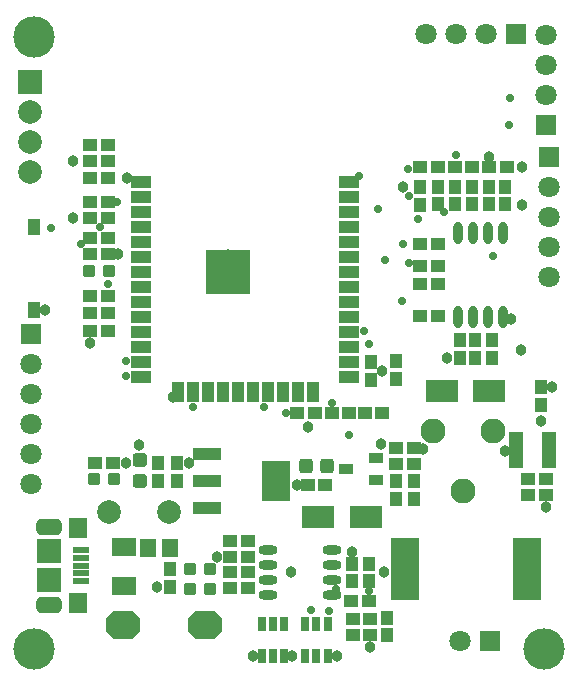
<source format=gts>
G04*
G04 #@! TF.GenerationSoftware,Altium Limited,Altium Designer,18.1.6 (161)*
G04*
G04 Layer_Color=8388736*
%FSTAX24Y24*%
%MOIN*%
G70*
G01*
G75*
%ADD42R,0.0434X0.0454*%
%ADD43R,0.0454X0.0434*%
%ADD44R,0.0316X0.0474*%
%ADD45R,0.0946X0.2088*%
%ADD46O,0.0631X0.0316*%
%ADD47R,0.0789X0.0611*%
%ADD48R,0.0552X0.0631*%
G04:AMPARAMS|DCode=49|XSize=39.5mil|YSize=39.5mil|CornerRadius=7.9mil|HoleSize=0mil|Usage=FLASHONLY|Rotation=0.000|XOffset=0mil|YOffset=0mil|HoleType=Round|Shape=RoundedRectangle|*
%AMROUNDEDRECTD49*
21,1,0.0395,0.0236,0,0,0.0*
21,1,0.0236,0.0395,0,0,0.0*
1,1,0.0159,0.0118,-0.0118*
1,1,0.0159,-0.0118,-0.0118*
1,1,0.0159,-0.0118,0.0118*
1,1,0.0159,0.0118,0.0118*
%
%ADD49ROUNDEDRECTD49*%
%ADD50R,0.0395X0.0552*%
%ADD51R,0.1064X0.0749*%
%ADD52R,0.0474X0.0395*%
G04:AMPARAMS|DCode=53|XSize=47.4mil|YSize=43.4mil|CornerRadius=8.4mil|HoleSize=0mil|Usage=FLASHONLY|Rotation=180.000|XOffset=0mil|YOffset=0mil|HoleType=Round|Shape=RoundedRectangle|*
%AMROUNDEDRECTD53*
21,1,0.0474,0.0266,0,0,180.0*
21,1,0.0305,0.0434,0,0,180.0*
1,1,0.0169,-0.0153,0.0133*
1,1,0.0169,0.0153,0.0133*
1,1,0.0169,0.0153,-0.0133*
1,1,0.0169,-0.0153,-0.0133*
%
%ADD53ROUNDEDRECTD53*%
%ADD54O,0.0316X0.0749*%
%ADD55R,0.0926X0.0434*%
%ADD56R,0.0926X0.1360*%
%ADD57R,0.0513X0.0356*%
%ADD58R,0.1458X0.1458*%
%ADD59R,0.0419X0.0651*%
%ADD60R,0.0651X0.0419*%
%ADD61R,0.0631X0.0710*%
%ADD62R,0.0828X0.0828*%
%ADD63R,0.0571X0.0197*%
G04:AMPARAMS|DCode=64|XSize=47.4mil|YSize=43.4mil|CornerRadius=8.4mil|HoleSize=0mil|Usage=FLASHONLY|Rotation=270.000|XOffset=0mil|YOffset=0mil|HoleType=Round|Shape=RoundedRectangle|*
%AMROUNDEDRECTD64*
21,1,0.0474,0.0266,0,0,270.0*
21,1,0.0305,0.0434,0,0,270.0*
1,1,0.0169,-0.0133,-0.0153*
1,1,0.0169,-0.0133,0.0153*
1,1,0.0169,0.0133,0.0153*
1,1,0.0169,0.0133,-0.0153*
%
%ADD64ROUNDEDRECTD64*%
%ADD65R,0.0710X0.0710*%
%ADD66C,0.0710*%
G04:AMPARAMS|DCode=67|XSize=110.2mil|YSize=94.5mil|CornerRadius=0mil|HoleSize=0mil|Usage=FLASHONLY|Rotation=0.000|XOffset=0mil|YOffset=0mil|HoleType=Round|Shape=Octagon|*
%AMOCTAGOND67*
4,1,8,0.0551,-0.0236,0.0551,0.0236,0.0315,0.0472,-0.0315,0.0472,-0.0551,0.0236,-0.0551,-0.0236,-0.0315,-0.0472,0.0315,-0.0472,0.0551,-0.0236,0.0*
%
%ADD67OCTAGOND67*%

%ADD68R,0.0710X0.0710*%
%ADD69R,0.0789X0.0789*%
%ADD70C,0.0789*%
%ADD71C,0.0787*%
G04:AMPARAMS|DCode=72|XSize=86.7mil|YSize=55.2mil|CornerRadius=18.2mil|HoleSize=0mil|Usage=FLASHONLY|Rotation=0.000|XOffset=0mil|YOffset=0mil|HoleType=Round|Shape=RoundedRectangle|*
%AMROUNDEDRECTD72*
21,1,0.0867,0.0189,0,0,0.0*
21,1,0.0504,0.0552,0,0,0.0*
1,1,0.0363,0.0252,-0.0094*
1,1,0.0363,-0.0252,-0.0094*
1,1,0.0363,-0.0252,0.0094*
1,1,0.0363,0.0252,0.0094*
%
%ADD72ROUNDEDRECTD72*%
%ADD73C,0.0830*%
%ADD74C,0.0280*%
%ADD75C,0.1379*%
%ADD76C,0.0380*%
D42*
X02255Y010895D02*
D03*
Y010305D02*
D03*
X021945Y012695D02*
D03*
Y012105D02*
D03*
X022855Y015445D02*
D03*
Y014855D02*
D03*
X026037Y02015D02*
D03*
Y019559D02*
D03*
X026479Y025258D02*
D03*
Y024667D02*
D03*
X0254Y02467D02*
D03*
Y02526D02*
D03*
X021395Y012695D02*
D03*
Y012105D02*
D03*
X02345Y015445D02*
D03*
Y014855D02*
D03*
X015326Y0125D02*
D03*
Y011909D02*
D03*
X02201Y0194D02*
D03*
Y018809D02*
D03*
X02365Y024655D02*
D03*
Y025246D02*
D03*
X01555Y015457D02*
D03*
Y016047D02*
D03*
X014926D02*
D03*
Y015457D02*
D03*
X024245Y024668D02*
D03*
Y025258D02*
D03*
X027679Y018574D02*
D03*
Y017983D02*
D03*
X02285Y019445D02*
D03*
Y018855D02*
D03*
X02595Y025258D02*
D03*
Y024668D02*
D03*
X024829Y025258D02*
D03*
Y024667D02*
D03*
X0255Y019555D02*
D03*
Y020145D02*
D03*
X025Y019555D02*
D03*
Y020145D02*
D03*
D43*
X021405Y0103D02*
D03*
X021995D02*
D03*
Y01085D02*
D03*
X021405D02*
D03*
X017328Y011872D02*
D03*
X017919D02*
D03*
Y012926D02*
D03*
X017328D02*
D03*
X023445Y016535D02*
D03*
X022855D02*
D03*
X021805Y0177D02*
D03*
X022395D02*
D03*
X025395Y0259D02*
D03*
X024805D02*
D03*
X021355Y01145D02*
D03*
X021945D02*
D03*
X027255Y014994D02*
D03*
X027845D02*
D03*
X013245Y0216D02*
D03*
X012655D02*
D03*
Y02665D02*
D03*
X013245D02*
D03*
Y0261D02*
D03*
X012655D02*
D03*
X024245Y0259D02*
D03*
X023655D02*
D03*
X024245Y020965D02*
D03*
X023655D02*
D03*
Y02335D02*
D03*
X024245D02*
D03*
X0205Y015303D02*
D03*
X019909D02*
D03*
X023659Y0226D02*
D03*
X02425D02*
D03*
X025955Y0259D02*
D03*
X026545D02*
D03*
X013245Y0242D02*
D03*
X012655D02*
D03*
Y02355D02*
D03*
X013245D02*
D03*
X012655Y02105D02*
D03*
X013245D02*
D03*
X01325Y02045D02*
D03*
X012659D02*
D03*
X027845Y015518D02*
D03*
X027255D02*
D03*
X022855Y016D02*
D03*
X023445D02*
D03*
X017332Y01345D02*
D03*
X017922D02*
D03*
X012655Y02475D02*
D03*
X013245D02*
D03*
Y02555D02*
D03*
X012655D02*
D03*
X0213Y0177D02*
D03*
X020709D02*
D03*
X017919Y0124D02*
D03*
X017328D02*
D03*
X013421Y01605D02*
D03*
X01283D02*
D03*
X013245Y023004D02*
D03*
X012655D02*
D03*
X020145Y0177D02*
D03*
X019555D02*
D03*
X023655Y022D02*
D03*
X024245D02*
D03*
D44*
X020574Y009609D02*
D03*
X0202D02*
D03*
X019826D02*
D03*
Y010691D02*
D03*
X0202D02*
D03*
X020574D02*
D03*
X018376Y009618D02*
D03*
X01875D02*
D03*
X019124D02*
D03*
Y010682D02*
D03*
X01875D02*
D03*
X018376D02*
D03*
D45*
X02315Y0125D02*
D03*
X027217Y012528D02*
D03*
D46*
X020713Y01165D02*
D03*
Y01215D02*
D03*
Y01265D02*
D03*
Y01315D02*
D03*
X018587Y01165D02*
D03*
Y01215D02*
D03*
Y01265D02*
D03*
Y01315D02*
D03*
D47*
X0138Y011941D02*
D03*
Y013259D02*
D03*
D48*
X014578Y013226D02*
D03*
X015326D02*
D03*
D49*
X01666Y0125D02*
D03*
X015991D02*
D03*
X015989Y011845D02*
D03*
X016658D02*
D03*
X01346Y0155D02*
D03*
X012791D02*
D03*
X012615Y02245D02*
D03*
X013285D02*
D03*
D50*
X0108Y0239D02*
D03*
Y021144D02*
D03*
D51*
X025967Y01845D02*
D03*
X024392D02*
D03*
X020263Y014245D02*
D03*
X021837D02*
D03*
D52*
X02795Y016868D02*
D03*
X02795Y016468D02*
D03*
X02795Y016068D02*
D03*
X02685D02*
D03*
X026848Y016468D02*
D03*
X02685Y016868D02*
D03*
D53*
X014305Y016135D02*
D03*
Y015465D02*
D03*
D54*
X024929Y020917D02*
D03*
X025429D02*
D03*
X025929D02*
D03*
X026429D02*
D03*
X024929Y023712D02*
D03*
X025429D02*
D03*
X025929D02*
D03*
X026429D02*
D03*
D55*
X016548Y016352D02*
D03*
Y01545D02*
D03*
Y014548D02*
D03*
D56*
X018852Y01545D02*
D03*
D57*
X021173Y01585D02*
D03*
X022197Y016224D02*
D03*
Y015476D02*
D03*
D58*
X017249Y02242D02*
D03*
D59*
X015574Y018404D02*
D03*
X016074D02*
D03*
X016574D02*
D03*
X017074D02*
D03*
X017574D02*
D03*
X020074D02*
D03*
X019574D02*
D03*
X019074D02*
D03*
X018574D02*
D03*
X018074D02*
D03*
D60*
X0213Y025428D02*
D03*
Y024928D02*
D03*
Y024428D02*
D03*
Y023928D02*
D03*
Y023428D02*
D03*
Y022928D02*
D03*
Y022428D02*
D03*
Y021928D02*
D03*
Y021428D02*
D03*
Y020928D02*
D03*
Y020428D02*
D03*
Y019928D02*
D03*
Y019428D02*
D03*
Y018928D02*
D03*
X014347Y025428D02*
D03*
Y024928D02*
D03*
Y024428D02*
D03*
Y023928D02*
D03*
Y023428D02*
D03*
Y022928D02*
D03*
Y022428D02*
D03*
Y021928D02*
D03*
Y021428D02*
D03*
Y020928D02*
D03*
Y020428D02*
D03*
Y019928D02*
D03*
Y019428D02*
D03*
Y018928D02*
D03*
D61*
X012261Y011368D02*
D03*
Y013888D02*
D03*
D62*
X011297Y012156D02*
D03*
Y013101D02*
D03*
D63*
X01235Y012116D02*
D03*
Y012372D02*
D03*
Y012628D02*
D03*
Y012884D02*
D03*
Y01314D02*
D03*
D64*
X020535Y015957D02*
D03*
X019865D02*
D03*
D65*
X025987Y0101D02*
D03*
X02685Y03035D02*
D03*
D66*
X024987Y0101D02*
D03*
X027845Y0283D02*
D03*
Y0293D02*
D03*
Y0303D02*
D03*
X02385Y03035D02*
D03*
X02485D02*
D03*
X02585D02*
D03*
X02795Y02225D02*
D03*
Y02325D02*
D03*
Y02425D02*
D03*
Y02525D02*
D03*
X0107Y019345D02*
D03*
Y018345D02*
D03*
Y017345D02*
D03*
Y016345D02*
D03*
Y015345D02*
D03*
D67*
X0165Y01065D02*
D03*
X013744D02*
D03*
D68*
X027845Y0273D02*
D03*
X02795Y02625D02*
D03*
X0107Y020345D02*
D03*
D69*
X01065Y02875D02*
D03*
D70*
Y02775D02*
D03*
Y02675D02*
D03*
Y02575D02*
D03*
D71*
X0153Y0144D02*
D03*
X0133D02*
D03*
D72*
X011297Y011329D02*
D03*
Y013927D02*
D03*
D73*
X0261Y0171D02*
D03*
X0251Y0151D02*
D03*
X0241Y0171D02*
D03*
D74*
X02085Y01185D02*
D03*
X021945Y011777D02*
D03*
X02663Y0273D02*
D03*
X02485Y0263D02*
D03*
X02326Y02585D02*
D03*
X020625Y011125D02*
D03*
X020001Y01115D02*
D03*
X0192Y0177D02*
D03*
X02305Y02145D02*
D03*
X0213Y016985D02*
D03*
X01236Y02335D02*
D03*
X01355Y02475D02*
D03*
X01135Y023878D02*
D03*
X0161Y01793D02*
D03*
X020709Y018041D02*
D03*
X02665Y0282D02*
D03*
X01845Y01793D02*
D03*
X02195Y02D02*
D03*
X021792Y02045D02*
D03*
X021615Y0256D02*
D03*
X02225Y0245D02*
D03*
X0225Y0228D02*
D03*
X023069Y02335D02*
D03*
X0233Y0227D02*
D03*
Y02495D02*
D03*
X02445Y024407D02*
D03*
X0236Y024186D02*
D03*
X0261Y02295D02*
D03*
X013Y0239D02*
D03*
X013245Y022D02*
D03*
X01385Y01945D02*
D03*
Y018965D02*
D03*
D75*
X0278Y00985D02*
D03*
X0108D02*
D03*
Y03025D02*
D03*
D76*
X0267Y02085D02*
D03*
X027025Y019825D02*
D03*
X02705Y0259D02*
D03*
Y024655D02*
D03*
X027845Y014595D02*
D03*
X02595Y02625D02*
D03*
X021395Y013095D02*
D03*
X020891Y009609D02*
D03*
X019382Y009618D02*
D03*
X018068D02*
D03*
X021995Y009905D02*
D03*
X02245Y0124D02*
D03*
X01935D02*
D03*
X02375Y0165D02*
D03*
X0136Y023004D02*
D03*
X0265Y01645D02*
D03*
X02236Y016699D02*
D03*
X02805Y018574D02*
D03*
X0277Y01745D02*
D03*
X012659Y02005D02*
D03*
X0121Y024218D02*
D03*
Y0261D02*
D03*
X01992Y01725D02*
D03*
X016724Y022957D02*
D03*
X017249Y02242D02*
D03*
Y022967D02*
D03*
X017784Y022947D02*
D03*
X016724Y02242D02*
D03*
X017784Y022428D02*
D03*
X017249Y021887D02*
D03*
X016724D02*
D03*
X017784D02*
D03*
X011156Y021144D02*
D03*
X02455Y01955D02*
D03*
X023069Y025246D02*
D03*
X0224Y0191D02*
D03*
X019553Y015303D02*
D03*
X0143Y01665D02*
D03*
X0139Y02555D02*
D03*
X015432Y01825D02*
D03*
X01385Y01605D02*
D03*
X01595Y016047D02*
D03*
X016874Y012926D02*
D03*
X014887Y011909D02*
D03*
M02*

</source>
